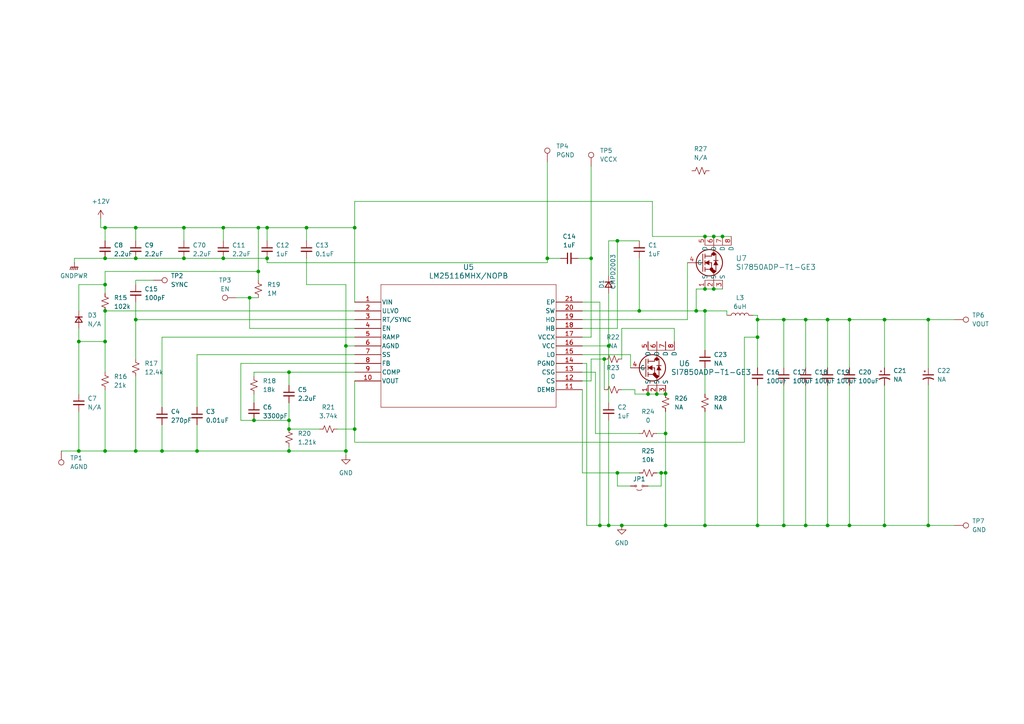
<source format=kicad_sch>
(kicad_sch (version 20231120) (generator "eeschema") (generator_version "8.0")
  (paper "A4")
  (lib_symbols
    (symbol "+12V_1" (power) (pin_numbers hide) (pin_names (offset 0) hide)
      (property "Value" "+12V" (at 0 3.556 0))
      (symbol "+12V_1_0_1"
        (polyline (pts (xy -0.762 1.27) (xy 0 2.54)))
        (polyline (pts (xy 0 0) (xy 0 2.54)))
        (polyline (pts (xy 0 2.54) (xy 0.762 1.27)))
      )
      (symbol "+12V_1_1_1"
        (pin power_in line (at 0 0 90) (length 0) (name "~") (number "1"))
      )
    )
    (symbol "2024-09-20_15-02-16:LM25116MHX_NOPB" (pin_names (offset 0.254))
      (property "Reference" "U" (at 33.02 10.16 0))
      (property "Value" "LM25116MHX/NOPB" (at 33.02 7.62 0))
      (symbol "LM25116MHX_NOPB_0_1"
        (polyline (pts (xy 7.62 -30.48) (xy 58.42 -30.48)) (stroke (width 0.127)))
        (polyline (pts (xy 7.62 5.08) (xy 7.62 -30.48)) (stroke (width 0.127)))
        (polyline (pts (xy 58.42 -30.48) (xy 58.42 5.08)) (stroke (width 0.127)))
        (polyline (pts (xy 58.42 5.08) (xy 7.62 5.08)) (stroke (width 0.127)))
        (pin power_in line (at 0 0 0) (length 7.62) (name "VIN") (number "1"))
        (pin input line (at 0 -22.86 0) (length 7.62) (name "VOUT") (number "10"))
        (pin passive line (at 66.04 -25.4 180) (length 7.62) (name "DEMB") (number "11"))
        (pin input line (at 66.04 -22.86 180) (length 7.62) (name "CS") (number "12"))
        (pin passive line (at 66.04 -20.32 180) (length 7.62) (name "CSG") (number "13"))
        (pin power_in line (at 66.04 -17.78 180) (length 7.62) (name "PGND") (number "14"))
        (pin output line (at 66.04 -15.24 180) (length 7.62) (name "LO") (number "15"))
        (pin power_in line (at 66.04 -12.7 180) (length 7.62) (name "VCC") (number "16"))
        (pin power_in line (at 66.04 -10.16 180) (length 7.62) (name "VCCX") (number "17"))
        (pin passive line (at 66.04 -7.62 180) (length 7.62) (name "HB") (number "18"))
        (pin output line (at 66.04 -5.08 180) (length 7.62) (name "HO") (number "19"))
        (pin input line (at 0 -2.54 0) (length 7.62) (name "ULVO") (number "2"))
        (pin power_in line (at 66.04 -2.54 180) (length 7.62) (name "SW") (number "20"))
        (pin power_in line (at 66.04 0 180) (length 7.62) (name "EP") (number "21"))
        (pin input line (at 0 -5.08 0) (length 7.62) (name "RT/SYNC") (number "3"))
        (pin input line (at 0 -7.62 0) (length 7.62) (name "EN") (number "4"))
        (pin input line (at 0 -10.16 0) (length 7.62) (name "RAMP") (number "5"))
        (pin power_in line (at 0 -12.7 0) (length 7.62) (name "AGND") (number "6"))
        (pin input line (at 0 -15.24 0) (length 7.62) (name "SS") (number "7"))
        (pin input line (at 0 -17.78 0) (length 7.62) (name "FB") (number "8"))
        (pin output line (at 0 -20.32 0) (length 7.62) (name "COMP") (number "9"))
      )
    )
    (symbol "2024-09-20_15-22-01:SI7850ADP-T1-GE3" (pin_names (offset 0.254))
      (property "Reference" "U" (at 11.43 1.905 0))
      (property "Value" "SI7850ADP-T1-GE3" (at 11.43 -2.54 0))
      (symbol "SI7850ADP-T1-GE3_0_1"
        (polyline (pts (xy 2.54 0) (xy 4.445 0)) (stroke (width 0.2032)))
        (polyline (pts (xy 4.445 -2.54) (xy 4.445 2.54)) (stroke (width 0.2032)))
        (polyline (pts (xy 5.08 -5.08) (xy 10.16 -5.08)) (stroke (width 0.127)))
        (polyline (pts (xy 5.08 -2.54) (xy 5.08 -1.27)) (stroke (width 0.2032)))
        (polyline (pts (xy 5.08 -1.905) (xy 6.985 -1.905)) (stroke (width 0.2032)))
        (polyline (pts (xy 5.08 -0.635) (xy 5.08 0.635)) (stroke (width 0.2032)))
        (polyline (pts (xy 5.08 1.27) (xy 5.08 2.54)) (stroke (width 0.2032)))
        (polyline (pts (xy 5.08 1.905) (xy 6.985 1.905)) (stroke (width 0.2032)))
        (polyline (pts (xy 5.08 5.08) (xy 12.7 5.08)) (stroke (width 0.127)))
        (polyline (pts (xy 6.35 0) (xy 6.985 0)) (stroke (width 0.2032)))
        (polyline (pts (xy 6.985 -2.54) (xy 6.985 0)) (stroke (width 0.2032)))
        (polyline (pts (xy 6.985 -2.54) (xy 8.255 -2.54)) (stroke (width 0.2032)))
        (polyline (pts (xy 6.985 1.905) (xy 6.985 2.54)) (stroke (width 0.2032)))
        (polyline (pts (xy 6.985 2.54) (xy 8.255 2.54)) (stroke (width 0.2032)))
        (polyline (pts (xy 7.62 -5.08) (xy 7.62 -2.54)) (stroke (width 0.127)))
        (polyline (pts (xy 7.62 5.08) (xy 7.6454 2.54)) (stroke (width 0.127)))
        (polyline (pts (xy 8.255 -2.54) (xy 8.255 -0.635)) (stroke (width 0.2032)))
        (polyline (pts (xy 8.255 0.635) (xy 8.255 2.54)) (stroke (width 0.2032)))
        (polyline (pts (xy 8.89 0.635) (xy 7.62 0.635)) (stroke (width 0.2032)))
        (polyline (pts (xy 6.35 0.635) (xy 5.08 0) (xy 6.35 -0.635)) (fill (type outline)))
        (polyline (pts (xy 8.89 -0.635) (xy 7.62 -0.635) (xy 8.255 0.635)) (fill (type outline)))
        (circle (center 6.35 0) (radius 3.81) (stroke (width 0.254)))
        (circle (center 6.985 -1.905) (radius 0.0254) (stroke (width 0.508)))
        (circle (center 7.62 -2.54) (radius 0.0254) (stroke (width 0.508)))
        (circle (center 7.62 2.54) (radius 0.0254) (stroke (width 0.508)))
        (pin unspecified line (at 5.08 -7.62 90) (length 2.54) (name "S") (number "1"))
        (pin unspecified line (at 7.62 -7.62 90) (length 2.54) (name "S") (number "2"))
        (pin unspecified line (at 10.16 -7.62 90) (length 2.54) (name "S") (number "3"))
        (pin unspecified line (at 0 0 0) (length 2.54) (name "G") (number "4"))
        (pin unspecified line (at 5.08 7.62 270) (length 2.54) (name "D") (number "5"))
        (pin unspecified line (at 7.62 7.62 270) (length 2.54) (name "D") (number "6"))
        (pin unspecified line (at 10.16 7.62 270) (length 2.54) (name "D") (number "7"))
        (pin unspecified line (at 12.7 7.62 270) (length 2.54) (name "D") (number "8"))
      )
    )
    (symbol "Connector:TestPoint" (pin_numbers hide) (pin_names (offset 0.762) hide)
      (property "Reference" "TP" (at 0 6.858 0))
      (property "Value" "TestPoint" (at 0 5.08 0))
      (symbol "TestPoint_0_1"
        (circle (center 0 3.302) (radius 0.762))
      )
      (symbol "TestPoint_1_1"
        (pin passive line (at 0 0 90) (length 2.54) (name "1") (number "1"))
      )
    )
    (symbol "Device:C_Polarized_Small_US" (pin_numbers hide) (pin_names (offset 0.254) hide)
      (property "Reference" "C" (at 0.254 1.778 0))
      (property "Value" "C_Polarized_Small_US" (at 0.254 -2.032 0))
      (symbol "C_Polarized_Small_US_0_1"
        (polyline (pts (xy -1.524 0.508) (xy 1.524 0.508)) (stroke (width 0.3048)))
        (polyline (pts (xy -1.27 1.524) (xy -0.762 1.524)))
        (polyline (pts (xy -1.016 1.27) (xy -1.016 1.778)))
        (arc (start 1.524 -0.762) (mid 0 -0.3734) (end -1.524 -0.762) (stroke (width 0.3048)))
      )
      (symbol "C_Polarized_Small_US_1_1"
        (pin passive line (at 0 2.54 270) (length 2.032) (name "~") (number "1"))
        (pin passive line (at 0 -2.54 90) (length 2.032) (name "~") (number "2"))
      )
    )
    (symbol "Device:C_Small" (pin_numbers hide) (pin_names (offset 0.254) hide)
      (property "Reference" "C" (at 0.254 1.778 0))
      (property "Value" "C_Small" (at 0.254 -2.032 0))
      (symbol "C_Small_0_1"
        (polyline (pts (xy -1.524 -0.508) (xy 1.524 -0.508)) (stroke (width 0.3302)))
        (polyline (pts (xy -1.524 0.508) (xy 1.524 0.508)) (stroke (width 0.3048)))
      )
      (symbol "C_Small_1_1"
        (pin passive line (at 0 2.54 270) (length 2.032) (name "~") (number "1"))
        (pin passive line (at 0 -2.54 90) (length 2.032) (name "~") (number "2"))
      )
    )
    (symbol "Device:D_Small" (pin_numbers hide) (pin_names (offset 0.254) hide)
      (property "Reference" "D" (at -1.27 2.032 0))
      (property "Value" "D_Small" (at -3.81 -2.032 0))
      (symbol "D_Small_0_1"
        (polyline (pts (xy -0.762 -1.016) (xy -0.762 1.016)) (stroke (width 0.254)))
        (polyline (pts (xy -0.762 0) (xy 0.762 0)))
        (polyline (pts (xy 0.762 -1.016) (xy -0.762 0) (xy 0.762 1.016) (xy 0.762 -1.016)) (stroke (width 0.254)))
      )
      (symbol "D_Small_1_1"
        (pin passive line (at -2.54 0 0) (length 1.778) (name "K") (number "1"))
        (pin passive line (at 2.54 0 180) (length 1.778) (name "A") (number "2"))
      )
    )
    (symbol "Device:L" (pin_numbers hide) (pin_names (offset 1.016) hide)
      (property "Reference" "L" (at -1.27 0 90))
      (property "Value" "L" (at 1.905 0 90))
      (symbol "L_0_1"
        (arc (start 0 -2.54) (mid 0.6323 -1.905) (end 0 -1.27))
        (arc (start 0 -1.27) (mid 0.6323 -0.635) (end 0 0))
        (arc (start 0 0) (mid 0.6323 0.635) (end 0 1.27))
        (arc (start 0 1.27) (mid 0.6323 1.905) (end 0 2.54))
      )
      (symbol "L_1_1"
        (pin passive line (at 0 3.81 270) (length 1.27) (name "1") (number "1"))
        (pin passive line (at 0 -3.81 90) (length 1.27) (name "2") (number "2"))
      )
    )
    (symbol "Device:R_Small_US" (pin_numbers hide) (pin_names (offset 0.254) hide)
      (property "Reference" "R" (at 0.762 0.508 0))
      (property "Value" "R_Small_US" (at 0.762 -1.016 0))
      (symbol "R_Small_US_1_1"
        (polyline (pts (xy 0 0) (xy 1.016 -0.381) (xy 0 -0.762) (xy -1.016 -1.143) (xy 0 -1.524)))
        (polyline (pts (xy 0 1.524) (xy 1.016 1.143) (xy 0 0.762) (xy -1.016 0.381) (xy 0 0)))
        (pin passive line (at 0 2.54 270) (length 1.016) (name "~") (number "1"))
        (pin passive line (at 0 -2.54 90) (length 1.016) (name "~") (number "2"))
      )
    )
    (symbol "GND_1" (power) (pin_numbers hide) (pin_names (offset 0) hide)
      (property "Value" "GND" (at 0 -3.81 0))
      (symbol "GND_1_0_1"
        (polyline (pts (xy 0 0) (xy 0 -1.27) (xy 1.27 -1.27) (xy 0 -2.54) (xy -1.27 -1.27) (xy 0 -1.27)))
      )
      (symbol "GND_1_1_1"
        (pin power_in line (at 0 0 270) (length 0) (name "~") (number "1"))
      )
    )
    (symbol "Jumper:Jumper_2_Small_Open" (pin_numbers hide) (pin_names (offset 0) hide) (exclude_from_sim yes)
      (property "Reference" "JP" (at 0 2.794 0))
      (property "Value" "Jumper_2_Small_Open" (at 0 -2.286 0))
      (symbol "Jumper_2_Small_Open_0_0"
        (circle (center -1.016 0) (radius 0.254))
        (circle (center 1.016 0) (radius 0.254))
      )
      (symbol "Jumper_2_Small_Open_0_1"
        (arc (start 0.762 1.0196) (mid 0 1.2729) (end -0.762 1.0196))
      )
      (symbol "Jumper_2_Small_Open_1_1"
        (pin passive line (at -2.54 0 0) (length 1.27) (name "A") (number "1"))
        (pin passive line (at 2.54 0 180) (length 1.27) (name "B") (number "2"))
      )
    )
    (symbol "power:GND" (power) (pin_numbers hide) (pin_names (offset 0) hide)
      (property "Value" "GND" (at 0 -3.81 0))
      (symbol "GND_0_1"
        (polyline (pts (xy 0 0) (xy 0 -1.27) (xy 1.27 -1.27) (xy 0 -2.54) (xy -1.27 -1.27) (xy 0 -1.27)))
      )
      (symbol "GND_1_1"
        (pin power_in line (at 0 0 270) (length 0) (name "~") (number "1"))
      )
    )
    (symbol "power:GNDPWR" (power) (pin_numbers hide) (pin_names (offset 0) hide)
      (property "Value" "GNDPWR" (at 0 -3.302 0))
      (symbol "GNDPWR_0_1"
        (polyline (pts (xy 0 -1.27) (xy 0 0)))
        (polyline (pts (xy -1.016 -1.27) (xy -1.27 -2.032) (xy -1.27 -2.032)) (stroke (width 0.2032)))
        (polyline (pts (xy -0.508 -1.27) (xy -0.762 -2.032) (xy -0.762 -2.032)) (stroke (width 0.2032)))
        (polyline (pts (xy 0 -1.27) (xy -0.254 -2.032) (xy -0.254 -2.032)) (stroke (width 0.2032)))
        (polyline (pts (xy 0.508 -1.27) (xy 0.254 -2.032) (xy 0.254 -2.032)) (stroke (width 0.2032)))
        (polyline (pts (xy 1.016 -1.27) (xy -1.016 -1.27) (xy -1.016 -1.27)) (stroke (width 0.2032)))
        (polyline (pts (xy 1.016 -1.27) (xy 0.762 -2.032) (xy 0.762 -2.032) (xy 0.762 -2.032)) (stroke (width 0.2032)))
      )
      (symbol "GNDPWR_1_1"
        (pin power_in line (at 0 0 270) (length 0) (name "~") (number "1"))
      )
    )
  )
  (junction (at 73.66 121.92))
  (junction (at 219.71 152.4))
  (junction (at 179.07 137.16))
  (junction (at 175.26 104.14))
  (junction (at 193.04 137.16))
  (junction (at 57.15 130.81))
  (junction (at 191.77 137.16))
  (junction (at 209.55 68.58))
  (junction (at 30.48 74.93))
  (junction (at 64.77 74.93))
  (junction (at 193.04 114.3))
  (junction (at 201.93 90.17))
  (junction (at 233.68 92.71))
  (junction (at 204.47 90.17))
  (junction (at 185.42 90.17))
  (junction (at 176.53 100.33))
  (junction (at 39.37 74.93))
  (junction (at 240.03 152.4))
  (junction (at 207.01 83.82))
  (junction (at 256.54 92.71))
  (junction (at 171.45 74.93))
  (junction (at 83.82 124.46))
  (junction (at 190.5 114.3))
  (junction (at 193.04 152.4))
  (junction (at 219.71 92.71))
  (junction (at 100.33 100.33))
  (junction (at 83.82 107.95))
  (junction (at 30.48 130.81))
  (junction (at 39.37 92.71))
  (junction (at 72.39 86.36))
  (junction (at 64.77 66.04))
  (junction (at 227.33 152.4))
  (junction (at 53.34 74.93))
  (junction (at 227.33 92.71))
  (junction (at 246.38 92.71))
  (junction (at 39.37 130.81))
  (junction (at 30.48 82.55))
  (junction (at 219.71 97.79))
  (junction (at 102.87 66.04))
  (junction (at 30.48 90.17))
  (junction (at 46.99 130.81))
  (junction (at 269.24 152.4))
  (junction (at 204.47 68.58))
  (junction (at 74.93 66.04))
  (junction (at 88.9 66.04))
  (junction (at 77.47 74.93))
  (junction (at 233.68 152.4))
  (junction (at 187.96 114.3))
  (junction (at 53.34 66.04))
  (junction (at 193.04 125.73))
  (junction (at 179.07 69.85))
  (junction (at 83.82 130.81))
  (junction (at 269.24 92.71))
  (junction (at 207.01 68.58))
  (junction (at 100.33 130.81))
  (junction (at 180.34 152.4))
  (junction (at 173.99 152.4))
  (junction (at 39.37 66.04))
  (junction (at 74.93 78.74))
  (junction (at 30.48 66.04))
  (junction (at 204.47 152.4))
  (junction (at 30.48 99.06))
  (junction (at 256.54 152.4))
  (junction (at 83.82 121.92))
  (junction (at 158.75 74.93))
  (junction (at 102.87 124.46))
  (junction (at 22.86 130.81))
  (junction (at 204.47 83.82))
  (junction (at 246.38 152.4))
  (junction (at 176.53 152.4))
  (junction (at 240.03 92.71))
  (junction (at 77.47 66.04))
  (junction (at 22.86 99.06))
  (wire (pts (xy 193.04 119.38) (xy 193.04 125.73)))
  (wire (pts (xy 22.86 99.06) (xy 22.86 114.3)))
  (wire (pts (xy 39.37 82.55) (xy 39.37 81.28)))
  (wire (pts (xy 215.9 128.27) (xy 215.9 97.79)))
  (wire (pts (xy 190.5 125.73) (xy 193.04 125.73)))
  (wire (pts (xy 39.37 109.22) (xy 39.37 130.81)))
  (wire (pts (xy 219.71 111.76) (xy 219.71 152.4)))
  (wire (pts (xy 201.93 83.82) (xy 204.47 83.82)))
  (wire (pts (xy 246.38 92.71) (xy 246.38 106.68)))
  (wire (pts (xy 269.24 92.71) (xy 269.24 106.68)))
  (wire (pts (xy 176.53 85.09) (xy 176.53 100.33)))
  (wire (pts (xy 29.21 66.04) (xy 30.48 66.04)))
  (wire (pts (xy 57.15 123.19) (xy 57.15 130.81)))
  (wire (pts (xy 30.48 99.06) (xy 30.48 90.17)))
  (wire (pts (xy 180.34 113.03) (xy 184.15 113.03)))
  (wire (pts (xy 189.23 58.42) (xy 189.23 68.58)))
  (wire (pts (xy 102.87 105.41) (xy 69.85 105.41)))
  (wire (pts (xy 53.34 74.93) (xy 64.77 74.93)))
  (wire (pts (xy 72.39 95.25) (xy 72.39 86.36)))
  (wire (pts (xy 77.47 76.2) (xy 77.47 74.93)))
  (wire (pts (xy 30.48 66.04) (xy 39.37 66.04)))
  (wire (pts (xy 88.9 82.55) (xy 100.33 82.55)))
  (wire (pts (xy 97.79 124.46) (xy 102.87 124.46)))
  (wire (pts (xy 83.82 130.81) (xy 100.33 130.81)))
  (wire (pts (xy 246.38 111.76) (xy 246.38 152.4)))
  (wire (pts (xy 219.71 97.79) (xy 219.71 92.71)))
  (wire (pts (xy 210.82 91.44) (xy 210.82 90.17)))
  (wire (pts (xy 187.96 114.3) (xy 190.5 114.3)))
  (wire (pts (xy 39.37 74.93) (xy 53.34 74.93)))
  (wire (pts (xy 39.37 87.63) (xy 39.37 92.71)))
  (wire (pts (xy 190.5 137.16) (xy 191.77 137.16)))
  (wire (pts (xy 182.88 140.97) (xy 179.07 140.97)))
  (wire (pts (xy 158.75 46.99) (xy 158.75 74.93)))
  (wire (pts (xy 207.01 68.58) (xy 204.47 68.58)))
  (wire (pts (xy 176.53 100.33) (xy 176.53 116.84)))
  (wire (pts (xy 227.33 111.76) (xy 227.33 152.4)))
  (wire (pts (xy 207.01 83.82) (xy 209.55 83.82)))
  (wire (pts (xy 102.87 102.87) (xy 57.15 102.87)))
  (wire (pts (xy 29.21 63.5) (xy 29.21 66.04)))
  (wire (pts (xy 246.38 152.4) (xy 256.54 152.4)))
  (wire (pts (xy 83.82 124.46) (xy 83.82 121.92)))
  (wire (pts (xy 53.34 66.04) (xy 39.37 66.04)))
  (wire (pts (xy 219.71 92.71) (xy 227.33 92.71)))
  (wire (pts (xy 53.34 66.04) (xy 53.34 69.85)))
  (wire (pts (xy 201.93 90.17) (xy 201.93 83.82)))
  (wire (pts (xy 21.59 74.93) (xy 30.48 74.93)))
  (wire (pts (xy 22.86 95.25) (xy 22.86 99.06)))
  (wire (pts (xy 171.45 97.79) (xy 168.91 97.79)))
  (wire (pts (xy 176.53 69.85) (xy 179.07 69.85)))
  (wire (pts (xy 73.66 114.3) (xy 73.66 116.84)))
  (wire (pts (xy 30.48 69.85) (xy 30.48 66.04)))
  (wire (pts (xy 68.58 86.36) (xy 72.39 86.36)))
  (wire (pts (xy 219.71 152.4) (xy 227.33 152.4)))
  (wire (pts (xy 30.48 74.93) (xy 39.37 74.93)))
  (wire (pts (xy 185.42 137.16) (xy 179.07 137.16)))
  (wire (pts (xy 158.75 74.93) (xy 162.56 74.93)))
  (wire (pts (xy 171.45 48.26) (xy 171.45 74.93)))
  (wire (pts (xy 171.45 110.49) (xy 168.91 110.49)))
  (wire (pts (xy 179.07 69.85) (xy 179.07 95.25)))
  (wire (pts (xy 233.68 111.76) (xy 233.68 152.4)))
  (wire (pts (xy 22.86 99.06) (xy 30.48 99.06)))
  (wire (pts (xy 77.47 66.04) (xy 74.93 66.04)))
  (wire (pts (xy 182.88 102.87) (xy 182.88 106.68)))
  (wire (pts (xy 72.39 86.36) (xy 74.93 86.36)))
  (wire (pts (xy 83.82 129.54) (xy 83.82 130.81)))
  (wire (pts (xy 179.07 137.16) (xy 179.07 140.97)))
  (wire (pts (xy 269.24 111.76) (xy 269.24 152.4)))
  (wire (pts (xy 102.87 58.42) (xy 102.87 66.04)))
  (wire (pts (xy 204.47 119.38) (xy 204.47 152.4)))
  (wire (pts (xy 240.03 92.71) (xy 240.03 106.68)))
  (wire (pts (xy 195.58 99.06) (xy 195.58 95.25)))
  (wire (pts (xy 46.99 123.19) (xy 46.99 130.81)))
  (wire (pts (xy 176.53 152.4) (xy 180.34 152.4)))
  (wire (pts (xy 64.77 66.04) (xy 64.77 69.85)))
  (wire (pts (xy 102.87 110.49) (xy 102.87 124.46)))
  (wire (pts (xy 179.07 69.85) (xy 185.42 69.85)))
  (wire (pts (xy 173.99 152.4) (xy 176.53 152.4)))
  (wire (pts (xy 39.37 130.81) (xy 46.99 130.81)))
  (wire (pts (xy 180.34 152.4) (xy 193.04 152.4)))
  (wire (pts (xy 73.66 121.92) (xy 83.82 121.92)))
  (wire (pts (xy 189.23 58.42) (xy 102.87 58.42)))
  (wire (pts (xy 189.23 68.58) (xy 204.47 68.58)))
  (wire (pts (xy 64.77 66.04) (xy 53.34 66.04)))
  (wire (pts (xy 22.86 82.55) (xy 30.48 82.55)))
  (wire (pts (xy 184.15 114.3) (xy 187.96 114.3)))
  (wire (pts (xy 185.42 74.93) (xy 185.42 90.17)))
  (wire (pts (xy 171.45 104.14) (xy 175.26 104.14)))
  (wire (pts (xy 83.82 107.95) (xy 83.82 111.76)))
  (wire (pts (xy 215.9 97.79) (xy 219.71 97.79)))
  (wire (pts (xy 21.59 74.93) (xy 21.59 76.2)))
  (wire (pts (xy 102.87 100.33) (xy 100.33 100.33)))
  (wire (pts (xy 22.86 130.81) (xy 30.48 130.81)))
  (wire (pts (xy 179.07 137.16) (xy 168.91 137.16)))
  (wire (pts (xy 185.42 125.73) (xy 172.72 125.73)))
  (wire (pts (xy 170.18 152.4) (xy 173.99 152.4)))
  (wire (pts (xy 199.39 92.71) (xy 168.91 92.71)))
  (wire (pts (xy 172.72 125.73) (xy 172.72 107.95)))
  (wire (pts (xy 193.04 125.73) (xy 193.04 137.16)))
  (wire (pts (xy 74.93 66.04) (xy 64.77 66.04)))
  (wire (pts (xy 168.91 100.33) (xy 176.53 100.33)))
  (wire (pts (xy 184.15 113.03) (xy 184.15 114.3)))
  (wire (pts (xy 240.03 92.71) (xy 246.38 92.71)))
  (wire (pts (xy 209.55 68.58) (xy 212.09 68.58)))
  (wire (pts (xy 204.47 90.17) (xy 201.93 90.17)))
  (wire (pts (xy 269.24 92.71) (xy 276.86 92.71)))
  (wire (pts (xy 100.33 130.81) (xy 100.33 132.08)))
  (wire (pts (xy 30.48 130.81) (xy 39.37 130.81)))
  (wire (pts (xy 204.47 90.17) (xy 204.47 101.6)))
  (wire (pts (xy 57.15 130.81) (xy 83.82 130.81)))
  (wire (pts (xy 269.24 152.4) (xy 276.86 152.4)))
  (wire (pts (xy 170.18 105.41) (xy 170.18 152.4)))
  (wire (pts (xy 233.68 92.71) (xy 233.68 106.68)))
  (wire (pts (xy 74.93 78.74) (xy 74.93 81.28)))
  (wire (pts (xy 195.58 95.25) (xy 180.34 95.25)))
  (wire (pts (xy 46.99 97.79) (xy 46.99 118.11)))
  (wire (pts (xy 168.91 90.17) (xy 185.42 90.17)))
  (wire (pts (xy 246.38 92.71) (xy 256.54 92.71)))
  (wire (pts (xy 83.82 107.95) (xy 102.87 107.95)))
  (wire (pts (xy 83.82 124.46) (xy 92.71 124.46)))
  (wire (pts (xy 191.77 140.97) (xy 191.77 137.16)))
  (wire (pts (xy 171.45 104.14) (xy 171.45 110.49)))
  (wire (pts (xy 57.15 102.87) (xy 57.15 118.11)))
  (wire (pts (xy 22.86 119.38) (xy 22.86 130.81)))
  (wire (pts (xy 100.33 100.33) (xy 100.33 130.81)))
  (wire (pts (xy 187.96 140.97) (xy 191.77 140.97)))
  (wire (pts (xy 158.75 76.2) (xy 77.47 76.2)))
  (wire (pts (xy 73.66 107.95) (xy 73.66 109.22)))
  (wire (pts (xy 218.44 91.44) (xy 219.71 91.44)))
  (wire (pts (xy 210.82 90.17) (xy 204.47 90.17)))
  (wire (pts (xy 168.91 102.87) (xy 182.88 102.87)))
  (wire (pts (xy 158.75 74.93) (xy 158.75 76.2)))
  (wire (pts (xy 219.71 91.44) (xy 219.71 92.71)))
  (wire (pts (xy 39.37 69.85) (xy 39.37 66.04)))
  (wire (pts (xy 168.91 137.16) (xy 168.91 113.03)))
  (wire (pts (xy 30.48 90.17) (xy 102.87 90.17)))
  (wire (pts (xy 73.66 107.95) (xy 83.82 107.95)))
  (wire (pts (xy 168.91 95.25) (xy 179.07 95.25)))
  (wire (pts (xy 204.47 106.68) (xy 204.47 114.3)))
  (wire (pts (xy 30.48 113.03) (xy 30.48 130.81)))
  (wire (pts (xy 77.47 66.04) (xy 77.47 69.85)))
  (wire (pts (xy 172.72 107.95) (xy 168.91 107.95)))
  (wire (pts (xy 46.99 130.81) (xy 57.15 130.81)))
  (wire (pts (xy 88.9 66.04) (xy 77.47 66.04)))
  (wire (pts (xy 102.87 66.04) (xy 102.87 87.63)))
  (wire (pts (xy 102.87 97.79) (xy 46.99 97.79)))
  (wire (pts (xy 180.34 95.25) (xy 180.34 104.14)))
  (wire (pts (xy 207.01 83.82) (xy 204.47 83.82)))
  (wire (pts (xy 100.33 82.55) (xy 100.33 100.33)))
  (wire (pts (xy 233.68 92.71) (xy 240.03 92.71)))
  (wire (pts (xy 256.54 92.71) (xy 256.54 106.68)))
  (wire (pts (xy 193.04 137.16) (xy 193.04 152.4)))
  (wire (pts (xy 193.04 152.4) (xy 204.47 152.4)))
  (wire (pts (xy 64.77 74.93) (xy 77.47 74.93)))
  (wire (pts (xy 240.03 111.76) (xy 240.03 152.4)))
  (wire (pts (xy 30.48 82.55) (xy 30.48 78.74)))
  (wire (pts (xy 256.54 111.76) (xy 256.54 152.4)))
  (wire (pts (xy 227.33 152.4) (xy 233.68 152.4)))
  (wire (pts (xy 102.87 95.25) (xy 72.39 95.25)))
  (wire (pts (xy 102.87 128.27) (xy 215.9 128.27)))
  (wire (pts (xy 74.93 66.04) (xy 74.93 78.74)))
  (wire (pts (xy 30.48 85.09) (xy 30.48 82.55)))
  (wire (pts (xy 88.9 66.04) (xy 88.9 69.85)))
  (wire (pts (xy 209.55 68.58) (xy 207.01 68.58)))
  (wire (pts (xy 185.42 90.17) (xy 201.93 90.17)))
  (wire (pts (xy 39.37 92.71) (xy 39.37 104.14)))
  (wire (pts (xy 227.33 92.71) (xy 233.68 92.71)))
  (wire (pts (xy 168.91 105.41) (xy 170.18 105.41)))
  (wire (pts (xy 102.87 124.46) (xy 102.87 128.27)))
  (wire (pts (xy 256.54 92.71) (xy 269.24 92.71)))
  (wire (pts (xy 17.78 130.81) (xy 22.86 130.81)))
  (wire (pts (xy 190.5 114.3) (xy 193.04 114.3)))
  (wire (pts (xy 199.39 76.2) (xy 199.39 92.71)))
  (wire (pts (xy 176.53 80.01) (xy 176.53 69.85)))
  (wire (pts (xy 256.54 152.4) (xy 269.24 152.4)))
  (wire (pts (xy 30.48 78.74) (xy 74.93 78.74)))
  (wire (pts (xy 176.53 121.92) (xy 176.53 152.4)))
  (wire (pts (xy 240.03 152.4) (xy 246.38 152.4)))
  (wire (pts (xy 191.77 137.16) (xy 193.04 137.16)))
  (wire (pts (xy 171.45 74.93) (xy 171.45 97.79)))
  (wire (pts (xy 173.99 87.63) (xy 173.99 152.4)))
  (wire (pts (xy 88.9 66.04) (xy 102.87 66.04)))
  (wire (pts (xy 233.68 152.4) (xy 240.03 152.4)))
  (wire (pts (xy 167.64 74.93) (xy 171.45 74.93)))
  (wire (pts (xy 22.86 90.17) (xy 22.86 82.55)))
  (wire (pts (xy 227.33 92.71) (xy 227.33 106.68)))
  (wire (pts (xy 69.85 105.41) (xy 69.85 121.92)))
  (wire (pts (xy 219.71 106.68) (xy 219.71 97.79)))
  (wire (pts (xy 204.47 152.4) (xy 219.71 152.4)))
  (wire (pts (xy 83.82 116.84) (xy 83.82 121.92)))
  (wire (pts (xy 39.37 81.28) (xy 44.45 81.28)))
  (wire (pts (xy 69.85 121.92) (xy 73.66 121.92)))
  (wire (pts (xy 30.48 99.06) (xy 30.48 107.95)))
  (wire (pts (xy 39.37 92.71) (xy 102.87 92.71)))
  (wire (pts (xy 168.91 87.63) (xy 173.99 87.63)))
  (wire (pts (xy 88.9 82.55) (xy 88.9 74.93)))
  (wire (pts (xy 175.26 113.03) (xy 175.26 104.14)))
  (symbol (lib_id "2024-09-20_15-22-01:SI7850ADP-T1-GE3") (at 182.88 106.68 0) (unit 1)
    (property "Reference" "U6" (at 196.85 105.4099 0) (effects (font (size 1.524 1.524)) (justify left)))
    (property "Value" "SI7850ADP-T1-GE3" (at 194.564 107.95 0) (effects (font (size 1.524 1.524)) (justify left)))
    (property "Footprint" "MOSFET_7DP-T1-GE3_VIS" (effects (hide yes)))
    (property "Datasheet" "SI7850ADP-T1-GE3" (effects (hide yes)))
  )
  (symbol (lib_id "Device:R_Small_US") (at 187.96 125.73 90) (unit 1)
    (property "Reference" "R24" (at 187.96 119.38 90))
    (property "Value" "0" (at 187.96 121.92 90))
    (property "Description" "Resistor, small US symbol" (effects (hide yes)))
  )
  (symbol (lib_id "power:GNDPWR") (at 21.59 76.2 0) (unit 1)
    (property "Reference" "#PWR054" (effects (hide yes)))
    (property "Value" "GNDPWR" (at 21.463 80.01 0))
    (property "Description" "Power symbol creates a global label with name \"GNDPWR\" , global ground" (effects (hide yes)))
  )
  (symbol (lib_id "Device:R_Small_US") (at 74.93 83.82 0) (unit 1)
    (property "Reference" "R19" (at 77.47 82.5499 0) (effects (justify left)))
    (property "Value" "1M" (at 77.47 85.0899 0) (effects (justify left)))
    (property "Description" "Resistor, small US symbol" (effects (hide yes)))
  )
  (symbol (lib_id "Device:R_Small_US") (at 187.96 137.16 90) (unit 1)
    (property "Reference" "R25" (at 187.96 130.81 90))
    (property "Value" "10k" (at 187.96 133.35 90))
    (property "Description" "Resistor, small US symbol" (effects (hide yes)))
  )
  (symbol (lib_id "Device:C_Small") (at 39.37 85.09 0) (unit 1)
    (property "Reference" "C15" (at 41.91 83.8262 0) (effects (justify left)))
    (property "Value" "100pF" (at 41.91 86.3662 0) (effects (justify left)))
    (property "Description" "Unpolarized capacitor, small symbol" (effects (hide yes)))
  )
  (symbol (lib_id "Device:C_Small") (at 30.48 72.39 0) (unit 1)
    (property "Reference" "C8" (at 33.02 71.1262 0) (effects (justify left)))
    (property "Value" "2.2uF" (at 33.02 73.6662 0) (effects (justify left)))
    (property "Description" "Unpolarized capacitor, small symbol" (effects (hide yes)))
  )
  (symbol (lib_id "Device:C_Polarized_Small_US") (at 269.24 109.22 0) (unit 1)
    (property "Reference" "C22" (at 271.78 107.5181 0) (effects (justify left)))
    (property "Value" "NA" (at 271.78 110.0581 0) (effects (justify left)))
    (property "Description" "Polarized capacitor, small US symbol" (effects (hide yes)))
  )
  (symbol (lib_id "Device:L") (at 214.63 91.44 90) (unit 1)
    (property "Reference" "L3" (at 214.63 86.36 90))
    (property "Value" "6uH" (at 214.63 88.9 90))
    (property "Description" "Inductor" (effects (hide yes)))
  )
  (symbol (lib_id "Device:R_Small_US") (at 30.48 110.49 0) (unit 1)
    (property "Reference" "R16" (at 33.02 109.2199 0) (effects (justify left)))
    (property "Value" "21k" (at 33.02 111.7599 0) (effects (justify left)))
    (property "Description" "Resistor, small US symbol" (effects (hide yes)))
  )
  (symbol (lib_name "+12V_1") (lib_id "power:+12V") (at 29.21 63.5 0) (unit 1)
    (property "Reference" "#PWR055" (effects (hide yes)))
    (property "Value" "+12V" (at 29.21 58.42 0))
    (property "Description" "Power symbol creates a global label with name \"+12V\"" (effects (hide yes)))
  )
  (symbol (lib_id "Device:R_Small_US") (at 73.66 111.76 0) (unit 1)
    (property "Reference" "R18" (at 76.2 110.4899 0) (effects (justify left)))
    (property "Value" "18k" (at 76.2 113.0299 0) (effects (justify left)))
    (property "Description" "Resistor, small US symbol" (effects (hide yes)))
  )
  (symbol (lib_id "2024-09-20_15-02-16:LM25116MHX_NOPB") (at 102.87 87.63 0) (unit 1)
    (property "Reference" "U5" (at 135.89 77.47 0) (effects (font (size 1.524 1.524))))
    (property "Value" "LM25116MHX/NOPB" (at 135.89 80.01 0) (effects (font (size 1.524 1.524))))
    (property "Footprint" "MXA20A_TEX" (effects (hide yes)))
    (property "Datasheet" "LM25116MHX/NOPB" (effects (hide yes)))
  )
  (symbol (lib_id "Connector:TestPoint") (at 158.75 46.99 0) (unit 1)
    (property "Reference" "TP4" (at 161.29 42.4179 0) (effects (justify left)))
    (property "Value" "PGND" (at 161.29 44.9579 0) (effects (justify left)))
    (property "Description" "test point" (effects (hide yes)))
  )
  (symbol (lib_id "Device:C_Small") (at 53.34 72.39 0) (unit 1)
    (property "Reference" "C70" (at 55.88 71.1262 0) (effects (justify left)))
    (property "Value" "2.2uF" (at 55.88 73.6662 0) (effects (justify left)))
    (property "Description" "Unpolarized capacitor, small symbol" (effects (hide yes)))
  )
  (symbol (lib_id "Connector:TestPoint") (at 276.86 152.4 270) (unit 1)
    (property "Reference" "TP7" (at 281.94 151.1299 90) (effects (justify left)))
    (property "Value" "GND" (at 281.94 153.6699 90) (effects (justify left)))
    (property "Description" "test point" (effects (hide yes)))
  )
  (symbol (lib_id "Connector:TestPoint") (at 68.58 86.36 90) (unit 1)
    (property "Reference" "TP3" (at 65.278 81.28 90))
    (property "Value" "EN" (at 65.278 83.82 90))
    (property "Description" "test point" (effects (hide yes)))
  )
  (symbol (lib_id "2024-09-20_15-22-01:SI7850ADP-T1-GE3") (at 199.39 76.2 0) (unit 1)
    (property "Reference" "U7" (at 213.36 74.9299 0) (effects (font (size 1.524 1.524)) (justify left)))
    (property "Value" "SI7850ADP-T1-GE3" (at 213.36 77.4699 0) (effects (font (size 1.524 1.524)) (justify left)))
    (property "Footprint" "MOSFET_7DP-T1-GE3_VIS" (effects (hide yes)))
    (property "Datasheet" "SI7850ADP-T1-GE3" (effects (hide yes)))
  )
  (symbol (lib_id "Device:R_Small_US") (at 204.47 116.84 0) (unit 1)
    (property "Reference" "R28" (at 207.01 115.5699 0) (effects (justify left)))
    (property "Value" "NA" (at 207.01 118.1099 0) (effects (justify left)))
    (property "Description" "Resistor, small US symbol" (effects (hide yes)))
  )
  (symbol (lib_id "Device:C_Small") (at 185.42 72.39 180) (unit 1)
    (property "Reference" "C1" (at 187.96 71.1135 0) (effects (justify right)))
    (property "Value" "1uF" (at 187.96 73.6535 0) (effects (justify right)))
    (property "Description" "Unpolarized capacitor, small symbol" (effects (hide yes)))
    (property "Parameters" "1 µF, 25 V, X7R" (effects (hide yes)))
    (property "Size" "0805" (effects (hide yes)))
  )
  (symbol (lib_id "Jumper:Jumper_2_Small_Open") (at 185.42 140.97 180) (unit 1) (exclude_from_sim yes)
    (property "Reference" "JP1" (at 185.42 138.938 0))
    (property "Value" "Jumper_2_Small_Open" (effects (hide yes)))
    (property "Description" "Jumper, 2-pole, small symbol, open" (effects (hide yes)))
  )
  (symbol (lib_id "Device:C_Small") (at 233.68 109.22 0) (unit 1)
    (property "Reference" "C18" (at 236.22 107.9562 0) (effects (justify left)))
    (property "Value" "100uF" (at 236.22 110.4962 0) (effects (justify left)))
    (property "Description" "Unpolarized capacitor, small symbol" (effects (hide yes)))
  )
  (symbol (lib_id "Device:C_Small") (at 240.03 109.22 0) (unit 1)
    (property "Reference" "C19" (at 242.57 107.9562 0) (effects (justify left)))
    (property "Value" "100uF" (at 242.57 110.4962 0) (effects (justify left)))
    (property "Description" "Unpolarized capacitor, small symbol" (effects (hide yes)))
  )
  (symbol (lib_id "Device:C_Polarized_Small_US") (at 256.54 109.22 0) (unit 1)
    (property "Reference" "C21" (at 259.08 107.5181 0) (effects (justify left)))
    (property "Value" "NA" (at 259.08 110.0581 0) (effects (justify left)))
    (property "Description" "Polarized capacitor, small US symbol" (effects (hide yes)))
  )
  (symbol (lib_id "Device:R_Small_US") (at 30.48 87.63 0) (unit 1)
    (property "Reference" "R15" (at 33.02 86.3599 0) (effects (justify left)))
    (property "Value" "102k" (at 33.02 88.8999 0) (effects (justify left)))
    (property "Description" "Resistor, small US symbol" (effects (hide yes)))
  )
  (symbol (lib_id "Device:C_Small") (at 64.77 72.39 0) (unit 1)
    (property "Reference" "C11" (at 67.31 71.1262 0) (effects (justify left)))
    (property "Value" "2.2uF" (at 67.31 73.6662 0) (effects (justify left)))
    (property "Description" "Unpolarized capacitor, small symbol" (effects (hide yes)))
  )
  (symbol (lib_id "power:GND") (at 180.34 152.4 0) (unit 1)
    (property "Reference" "#PWR057" (effects (hide yes)))
    (property "Value" "GND" (at 180.34 157.48 0))
    (property "Description" "Power symbol creates a global label with name \"GND\" , ground" (effects (hide yes)))
  )
  (symbol (lib_id "Device:C_Small") (at 22.86 116.84 0) (unit 1)
    (property "Reference" "C7" (at 25.4 115.5762 0) (effects (justify left)))
    (property "Value" "N/A" (at 25.4 118.1162 0) (effects (justify left)))
    (property "Description" "Unpolarized capacitor, small symbol" (effects (hide yes)))
  )
  (symbol (lib_id "Device:C_Small") (at 246.38 109.22 0) (unit 1)
    (property "Reference" "C20" (at 248.92 107.9562 0) (effects (justify left)))
    (property "Value" "100uF" (at 248.92 110.4962 0) (effects (justify left)))
    (property "Description" "Unpolarized capacitor, small symbol" (effects (hide yes)))
  )
  (symbol (lib_id "Device:R_Small_US") (at 83.82 127 0) (unit 1)
    (property "Reference" "R20" (at 86.36 125.7299 0) (effects (justify left)))
    (property "Value" "1.21k" (at 86.36 128.2699 0) (effects (justify left)))
    (property "Description" "Resistor, small US symbol" (effects (hide yes)))
  )
  (symbol (lib_id "Device:C_Small") (at 57.15 120.65 0) (unit 1)
    (property "Reference" "C3" (at 59.69 119.3862 0) (effects (justify left)))
    (property "Value" "0.01uF" (at 59.69 121.9262 0) (effects (justify left)))
    (property "Description" "Unpolarized capacitor, small symbol" (effects (hide yes)))
  )
  (symbol (lib_id "Connector:TestPoint") (at 276.86 92.71 270) (unit 1)
    (property "Reference" "TP6" (at 281.94 91.4399 90) (effects (justify left)))
    (property "Value" "VOUT" (at 281.94 93.9799 90) (effects (justify left)))
    (property "Description" "test point" (effects (hide yes)))
  )
  (symbol (lib_id "Device:C_Small") (at 219.71 109.22 0) (unit 1)
    (property "Reference" "C16" (at 222.25 107.9562 0) (effects (justify left)))
    (property "Value" "100uF" (at 222.25 110.4962 0) (effects (justify left)))
    (property "Description" "Unpolarized capacitor, small symbol" (effects (hide yes)))
  )
  (symbol (lib_id "Device:C_Small") (at 83.82 114.3 0) (unit 1)
    (property "Reference" "C5" (at 86.36 113.0362 0) (effects (justify left)))
    (property "Value" "2.2uF" (at 86.36 115.5762 0) (effects (justify left)))
    (property "Description" "Unpolarized capacitor, small symbol" (effects (hide yes)))
  )
  (symbol (lib_id "Device:R_Small_US") (at 39.37 106.68 0) (unit 1)
    (property "Reference" "R17" (at 41.91 105.4099 0) (effects (justify left)))
    (property "Value" "12.4k" (at 41.91 107.9499 0) (effects (justify left)))
    (property "Description" "Resistor, small US symbol" (effects (hide yes)))
  )
  (symbol (lib_id "Device:C_Small") (at 227.33 109.22 0) (unit 1)
    (property "Reference" "C17" (at 229.87 107.9562 0) (effects (justify left)))
    (property "Value" "100uF" (at 229.87 110.4962 0) (effects (justify left)))
    (property "Description" "Unpolarized capacitor, small symbol" (effects (hide yes)))
  )
  (symbol (lib_id "Device:R_Small_US") (at 193.04 116.84 0) (unit 1)
    (property "Reference" "R26" (at 195.58 115.5699 0) (effects (justify left)))
    (property "Value" "NA" (at 195.58 118.1099 0) (effects (justify left)))
    (property "Description" "Resistor, small US symbol" (effects (hide yes)))
  )
  (symbol (lib_id "Device:D_Small") (at 176.53 82.55 270) (unit 1)
    (property "Reference" "D1" (at 174.498 81.026 0) (effects (justify left)))
    (property "Value" "CMPD2003" (at 177.8 73.66 0) (effects (justify left)))
    (property "Description" "Diode, small symbol" (effects (hide yes)))
    (property "Sim.Device" "D" (effects (hide yes)))
    (property "Sim.Pins" "1=K 2=A" (effects (hide yes)))
  )
  (symbol (lib_id "Device:C_Small") (at 77.47 72.39 0) (unit 1)
    (property "Reference" "C12" (at 80.01 71.1262 0) (effects (justify left)))
    (property "Value" "1uF" (at 80.01 73.6662 0) (effects (justify left)))
    (property "Description" "Unpolarized capacitor, small symbol" (effects (hide yes)))
  )
  (symbol (lib_id "Device:C_Small") (at 73.66 119.38 0) (unit 1)
    (property "Reference" "C6" (at 76.2 118.1162 0) (effects (justify left)))
    (property "Value" "3300pF" (at 76.2 120.6562 0) (effects (justify left)))
    (property "Description" "Unpolarized capacitor, small symbol" (effects (hide yes)))
  )
  (symbol (lib_id "Device:C_Small") (at 176.53 119.38 0) (unit 1)
    (property "Reference" "C2" (at 179.07 118.1162 0) (effects (justify left)))
    (property "Value" "1uF" (at 179.07 120.6562 0) (effects (justify left)))
    (property "Description" "Unpolarized capacitor, small symbol" (effects (hide yes)))
  )
  (symbol (lib_id "Device:C_Small") (at 88.9 72.39 0) (unit 1)
    (property "Reference" "C13" (at 91.44 71.1262 0) (effects (justify left)))
    (property "Value" "0.1uF" (at 91.44 73.6662 0) (effects (justify left)))
    (property "Description" "Unpolarized capacitor, small symbol" (effects (hide yes)))
  )
  (symbol (lib_id "Device:C_Small") (at 46.99 120.65 0) (unit 1)
    (property "Reference" "C4" (at 49.53 119.3862 0) (effects (justify left)))
    (property "Value" "270pF" (at 49.53 121.9262 0) (effects (justify left)))
    (property "Description" "Unpolarized capacitor, small symbol" (effects (hide yes)))
  )
  (symbol (lib_id "Connector:TestPoint") (at 44.45 81.28 270) (unit 1)
    (property "Reference" "TP2" (at 49.53 80.0099 90) (effects (justify left)))
    (property "Value" "SYNC" (at 49.53 82.5499 90) (effects (justify left)))
    (property "Description" "test point" (effects (hide yes)))
  )
  (symbol (lib_id "Device:C_Small") (at 39.37 72.39 0) (unit 1)
    (property "Reference" "C9" (at 41.91 71.1262 0) (effects (justify left)))
    (property "Value" "2.2uF" (at 41.91 73.6662 0) (effects (justify left)))
    (property "Description" "Unpolarized capacitor, small symbol" (effects (hide yes)))
  )
  (symbol (lib_id "Device:C_Small") (at 204.47 104.14 0) (unit 1)
    (property "Reference" "C23" (at 207.01 102.8762 0) (effects (justify left)))
    (property "Value" "NA" (at 207.01 105.4162 0) (effects (justify left)))
    (property "Description" "Unpolarized capacitor, small symbol" (effects (hide yes)))
  )
  (symbol (lib_id "Device:R_Small_US") (at 95.25 124.46 90) (unit 1)
    (property "Reference" "R21" (at 95.25 118.11 90))
    (property "Value" "3.74k" (at 95.25 120.65 90))
    (property "Description" "Resistor, small US symbol" (effects (hide yes)))
  )
  (symbol (lib_id "Device:D_Small") (at 22.86 92.71 270) (unit 1)
    (property "Reference" "D3" (at 25.4 91.4399 90) (effects (justify left)))
    (property "Value" "N/A" (at 25.4 93.9799 90) (effects (justify left)))
    (property "Description" "Diode, small symbol" (effects (hide yes)))
    (property "Sim.Device" "D" (effects (hide yes)))
    (property "Sim.Pins" "1=K 2=A" (effects (hide yes)))
  )
  (symbol (lib_id "Connector:TestPoint") (at 171.45 48.26 0) (unit 1)
    (property "Reference" "TP5" (at 173.99 43.6879 0) (effects (justify left)))
    (property "Value" "VCCX" (at 173.99 46.2279 0) (effects (justify left)))
    (property "Description" "test point" (effects (hide yes)))
  )
  (symbol (lib_id "Device:R_Small_US") (at 177.8 104.14 90) (unit 1)
    (property "Reference" "R22" (at 177.8 97.79 90))
    (property "Value" "NA" (at 177.8 100.33 90))
    (property "Description" "Resistor, small US symbol" (effects (hide yes)))
  )
  (symbol (lib_name "GND_1") (lib_id "power:GND") (at 100.33 132.08 0) (unit 1)
    (property "Reference" "#PWR056" (effects (hide yes)))
    (property "Value" "GND" (at 100.33 137.16 0))
    (property "Description" "Power symbol creates a global label with name \"GND\" , ground" (effects (hide yes)))
  )
  (symbol (lib_id "Device:C_Small") (at 165.1 74.93 90) (unit 1)
    (property "Reference" "C14" (at 165.1063 68.58 90))
    (property "Value" "1uF" (at 165.1063 71.12 90))
    (property "Description" "Unpolarized capacitor, small symbol" (effects (hide yes)))
  )
  (symbol (lib_id "Device:R_Small_US") (at 203.2 49.53 90) (unit 1)
    (property "Reference" "R27" (at 203.2 43.18 90))
    (property "Value" "N/A" (at 203.2 45.72 90))
    (property "Description" "Resistor, small US symbol" (effects (hide yes)))
  )
  (symbol (lib_id "Connector:TestPoint") (at 17.78 130.81 180) (unit 1)
    (property "Reference" "TP1" (at 20.32 132.8419 0) (effects (justify right)))
    (property "Value" "AGND" (at 20.32 135.3819 0) (effects (justify right)))
    (property "Description" "test point" (effects (hide yes)))
  )
  (symbol (lib_id "Device:R_Small_US") (at 177.8 113.03 90) (unit 1)
    (property "Reference" "R23" (at 177.8 106.68 90))
    (property "Value" "0" (at 177.8 109.22 90))
    (property "Description" "Resistor, small US symbol" (effects (hide yes)))
  )
)
</source>
